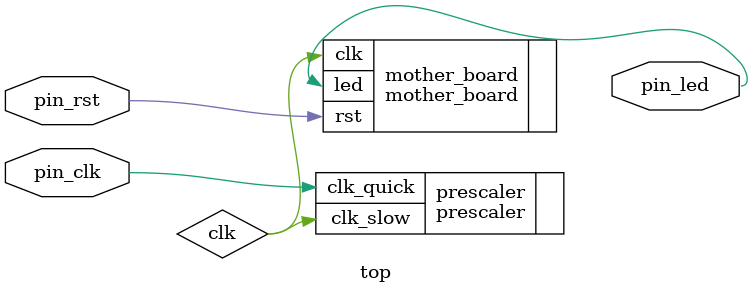
<source format=v>
module top(
    input pin_clk,
    input pin_rst,
    output pin_led
);

wire clk;
prescaler #(.RATIO(100_000_000)) prescaler(
    .clk_quick(pin_clk),
    .clk_slow(clk)
);

mother_board mother_board(
    .clk(clk),
    .rst(pin_rst),
    .led(pin_led)
);

endmodule
</source>
